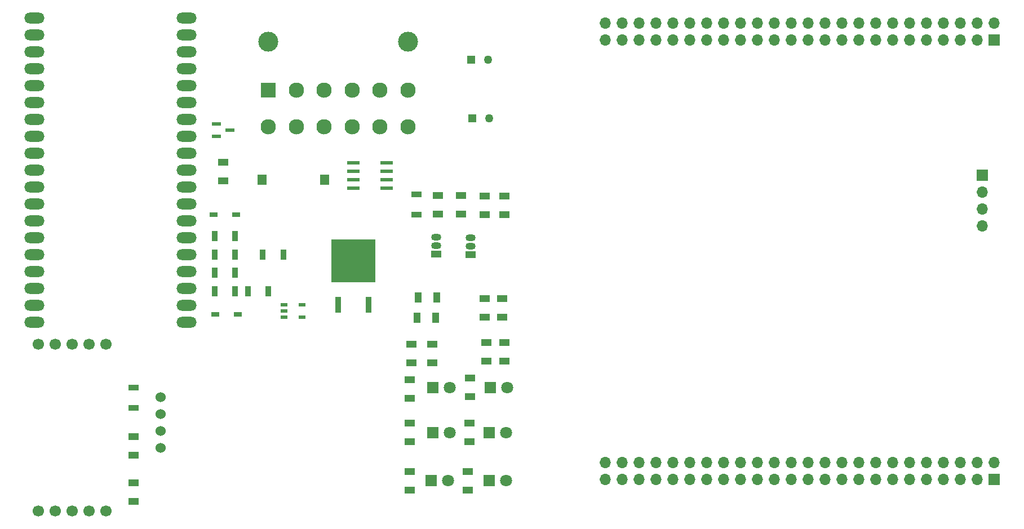
<source format=gbr>
%TF.GenerationSoftware,KiCad,Pcbnew,8.0.0-rc1*%
%TF.CreationDate,2024-05-26T19:18:52+09:00*%
%TF.ProjectId,KDL,4b444c2e-6b69-4636-9164-5f7063625858,rev?*%
%TF.SameCoordinates,PX2a88ac0PY77c8bf0*%
%TF.FileFunction,Soldermask,Top*%
%TF.FilePolarity,Negative*%
%FSLAX46Y46*%
G04 Gerber Fmt 4.6, Leading zero omitted, Abs format (unit mm)*
G04 Created by KiCad (PCBNEW 8.0.0-rc1) date 2024-05-26 19:18:52*
%MOMM*%
%LPD*%
G01*
G04 APERTURE LIST*
%ADD10R,1.600200X1.117600*%
%ADD11R,1.800000X1.800000*%
%ADD12C,1.800000*%
%ADD13R,1.981200X0.558800*%
%ADD14C,1.524000*%
%ADD15O,3.048800X1.626400*%
%ADD16R,1.117600X1.600200*%
%ADD17R,1.600000X0.855600*%
%ADD18C,2.999999*%
%ADD19R,2.300000X2.300000*%
%ADD20C,2.300000*%
%ADD21R,0.855600X1.600000*%
%ADD22R,1.219200X0.762000*%
%ADD23R,1.320800X0.558800*%
%ADD24R,0.977900X0.508000*%
%ADD25R,1.500000X1.050000*%
%ADD26O,1.500000X1.050000*%
%ADD27R,1.270000X1.270000*%
%ADD28C,1.270000*%
%ADD29R,1.450000X1.600000*%
%ADD30O,1.700000X1.700000*%
%ADD31R,1.700000X1.700000*%
%ADD32R,0.939800X2.489200*%
%ADD33R,6.705600X6.527800*%
%ADD34C,1.700000*%
G04 APERTURE END LIST*
D10*
%TO.C,R14*%
X66000000Y24605800D03*
X66000000Y27399800D03*
%TD*%
D11*
%TO.C,D1*%
X74760000Y20809800D03*
D12*
X77300000Y20809800D03*
%TD*%
D13*
%TO.C,U5*%
X59150000Y50812800D03*
X59150000Y52082800D03*
X59150000Y53352800D03*
X59150000Y54622800D03*
X54222400Y54622800D03*
X54222400Y53352800D03*
X54222400Y52082800D03*
X54222400Y50812800D03*
%TD*%
D14*
%TO.C,U1*%
X25196000Y11737600D03*
X25196000Y14277600D03*
X25196000Y16817600D03*
X25196000Y19357600D03*
%TD*%
D10*
%TO.C,R19*%
X34650000Y54747000D03*
X34650000Y51953000D03*
%TD*%
%TO.C,R3*%
X73900000Y31405800D03*
X73900000Y34199800D03*
%TD*%
D15*
%TO.C,U8*%
X29150000Y30652800D03*
X29150000Y33192800D03*
X29150000Y63672800D03*
X6290000Y30652800D03*
X6290000Y45892800D03*
X6290000Y63672800D03*
X6290000Y66212800D03*
X6290000Y61132800D03*
X6290000Y53512800D03*
X6290000Y76372800D03*
X6290000Y73832800D03*
X6290000Y71292800D03*
X29150000Y68752800D03*
X29150000Y71292800D03*
X29150000Y73832800D03*
X29150000Y61132800D03*
X29150000Y66212800D03*
X29150000Y58592800D03*
X6290000Y68752800D03*
X6290000Y58592800D03*
X6290000Y56052800D03*
X6290000Y50972800D03*
X6290000Y48432800D03*
X6290000Y43352800D03*
X6290000Y35732800D03*
X6290000Y33192800D03*
X29150000Y50972800D03*
X29150000Y53512800D03*
X29150000Y56052800D03*
X29150000Y45892800D03*
X29150000Y48432800D03*
X29150000Y40812800D03*
X29150000Y43352800D03*
X29150000Y35732800D03*
X29150000Y38272800D03*
X6290000Y40812800D03*
X6290000Y38272800D03*
X29150000Y76372800D03*
%TD*%
D16*
%TO.C,R13*%
X66547000Y31352800D03*
X63753000Y31352800D03*
%TD*%
D11*
%TO.C,D5*%
X66160000Y20802800D03*
D12*
X68700000Y20802800D03*
%TD*%
D11*
%TO.C,D4*%
X66110000Y14100000D03*
D12*
X68650000Y14100000D03*
%TD*%
D17*
%TO.C,C9*%
X63650000Y49908402D03*
X63650000Y46852800D03*
%TD*%
D10*
%TO.C,R18*%
X73900000Y46852800D03*
X73900000Y49646800D03*
%TD*%
%TO.C,R11*%
X70400000Y49747000D03*
X70400000Y46953000D03*
%TD*%
%TO.C,R15*%
X76900000Y49646800D03*
X76900000Y46852800D03*
%TD*%
D18*
%TO.C,J1*%
X62400000Y72850000D03*
X41400042Y72850000D03*
D19*
X41400042Y65549999D03*
D20*
X45600041Y65549999D03*
X49800040Y65549999D03*
X54000040Y65549999D03*
X58200039Y65549999D03*
X62400038Y65549999D03*
X41400042Y60050000D03*
X45600041Y60050000D03*
X49800040Y60050000D03*
X54000040Y60050000D03*
X58200039Y60050000D03*
X62400038Y60050000D03*
%TD*%
D10*
%TO.C,R6*%
X62650000Y8247000D03*
X62650000Y5453000D03*
%TD*%
D21*
%TO.C,C4*%
X33372199Y38100000D03*
X36427801Y38100000D03*
%TD*%
D11*
%TO.C,D3*%
X74610000Y14100000D03*
D12*
X77150000Y14100000D03*
%TD*%
D22*
%TO.C,U3*%
X33223600Y46850000D03*
X36576400Y46850000D03*
%TD*%
D23*
%TO.C,CR1*%
X33650000Y60502802D03*
X33650000Y58602800D03*
X35682000Y59552801D03*
%TD*%
D10*
%TO.C,R9*%
X62688000Y21982800D03*
X62688000Y19188800D03*
%TD*%
D24*
%TO.C,U7*%
X43784750Y33300001D03*
X43784750Y32350000D03*
X43784750Y31399999D03*
X46515250Y31399999D03*
X46515250Y33300001D03*
%TD*%
D17*
%TO.C,C10*%
X21150000Y17797198D03*
X21150000Y20852800D03*
%TD*%
D10*
%TO.C,R5*%
X71699000Y22286800D03*
X71699000Y19492800D03*
%TD*%
D16*
%TO.C,R17*%
X66694000Y34352800D03*
X63900000Y34352800D03*
%TD*%
D10*
%TO.C,R16*%
X62900000Y27399800D03*
X62900000Y24605800D03*
%TD*%
%TO.C,R7*%
X71650000Y15497000D03*
X71650000Y12703000D03*
%TD*%
%TO.C,R20*%
X21150000Y10705800D03*
X21150000Y13499800D03*
%TD*%
%TO.C,R1*%
X74200000Y27599800D03*
X74200000Y24805800D03*
%TD*%
%TO.C,R21*%
X21150000Y6499800D03*
X21150000Y3705800D03*
%TD*%
D11*
%TO.C,D6*%
X74610000Y6850000D03*
D12*
X77150000Y6850000D03*
%TD*%
D25*
%TO.C,Q1*%
X71760000Y40832800D03*
D26*
X71760000Y42102800D03*
X71760000Y43372800D03*
%TD*%
D21*
%TO.C,C5*%
X33372199Y35350000D03*
X36427801Y35350000D03*
%TD*%
D22*
%TO.C,U6*%
X33473600Y31850000D03*
X36826400Y31850000D03*
%TD*%
D27*
%TO.C,C3*%
X71860000Y70100000D03*
D28*
X74400000Y70100000D03*
%TD*%
D21*
%TO.C,C1*%
X36427801Y43600000D03*
X33372199Y43600000D03*
%TD*%
D10*
%TO.C,R12*%
X76500000Y34199800D03*
X76500000Y31405800D03*
%TD*%
D29*
%TO.C,S1*%
X49900000Y52102800D03*
X40500000Y52102800D03*
%TD*%
D30*
%TO.C,U9*%
X142839000Y73082800D03*
X130139000Y7040600D03*
X130139000Y9580600D03*
X127599000Y7040600D03*
X127599000Y9580600D03*
X122519000Y7040600D03*
X122519000Y9580600D03*
X119979000Y7040600D03*
X119979000Y9580600D03*
X112359000Y9580600D03*
X104739000Y9580600D03*
X102199000Y7040600D03*
X102199000Y9580600D03*
X99659000Y7040600D03*
X99659000Y9580600D03*
X97119000Y7040600D03*
X97119000Y9580600D03*
X94579000Y7040600D03*
X92039000Y73082800D03*
X94579000Y75622800D03*
X94579000Y73082800D03*
X97119000Y75622800D03*
X97119000Y73082800D03*
X99659000Y75622800D03*
X99659000Y73082800D03*
X102199000Y75622800D03*
X102199000Y73082800D03*
X104739000Y75622800D03*
X107279000Y75622800D03*
X107279000Y73082800D03*
X109819000Y75622800D03*
X109819000Y73082800D03*
X114899000Y73082800D03*
X117439000Y75622800D03*
X119979000Y75622800D03*
X119979000Y73082800D03*
X122519000Y75622800D03*
X122519000Y73082800D03*
X125059000Y75622800D03*
X125059000Y73082800D03*
X127599000Y75622800D03*
X132679000Y75622800D03*
X132679000Y73082800D03*
X145379000Y73082800D03*
X135219000Y75622800D03*
X145379000Y7040600D03*
D31*
X148686500Y52762800D03*
D30*
X148686500Y50222800D03*
X148686500Y47682800D03*
X148686500Y45142800D03*
X147919000Y75622800D03*
X145379000Y75622800D03*
X142839000Y75622800D03*
X140299000Y75622800D03*
X137759000Y75622800D03*
X130139000Y75622800D03*
X114899000Y75622800D03*
X112359000Y75622800D03*
X92039000Y75622800D03*
D31*
X150459000Y73082800D03*
D30*
X147919000Y73082800D03*
X140299000Y73082800D03*
X137759000Y73082800D03*
X135219000Y73082800D03*
X130139000Y73082800D03*
X127599000Y73082800D03*
X117439000Y73082800D03*
X112359000Y73082800D03*
X104739000Y73082800D03*
X150459000Y9580600D03*
X147919000Y9580600D03*
X145379000Y9580600D03*
X142839000Y9580600D03*
X140299000Y9580600D03*
X137759000Y9580600D03*
X135219000Y9580600D03*
X132679000Y9580600D03*
X125059000Y9580600D03*
X117439000Y9580600D03*
X114899000Y9580600D03*
X109819000Y9580600D03*
X107279000Y9580600D03*
X94579000Y9580600D03*
X92039000Y9580600D03*
X147919000Y7040600D03*
X142839000Y7040600D03*
X140299000Y7040600D03*
X137759000Y7040600D03*
X135219000Y7040600D03*
X132679000Y7040600D03*
X125059000Y7040600D03*
X117439000Y7040600D03*
X114899000Y7040600D03*
X112359000Y7040600D03*
X109819000Y7040600D03*
X107279000Y7040600D03*
X104739000Y7040600D03*
X92039000Y7040600D03*
X150459000Y75622800D03*
D31*
X150459000Y7040600D03*
%TD*%
D21*
%TO.C,C2*%
X36427801Y40850000D03*
X33372199Y40850000D03*
%TD*%
D27*
%TO.C,C8*%
X72015000Y61350000D03*
D28*
X74555000Y61350000D03*
%TD*%
D21*
%TO.C,C7*%
X38372199Y35350000D03*
X41427801Y35350000D03*
%TD*%
D10*
%TO.C,R2*%
X66900000Y46953000D03*
X66900000Y49747000D03*
%TD*%
%TO.C,R8*%
X62650000Y15497000D03*
X62650000Y12703000D03*
%TD*%
%TO.C,R10*%
X71400000Y8247000D03*
X71400000Y5453000D03*
%TD*%
D11*
%TO.C,D2*%
X65860000Y6850000D03*
D12*
X68400000Y6850000D03*
%TD*%
D10*
%TO.C,R4*%
X76900000Y27599800D03*
X76900000Y24805800D03*
%TD*%
D25*
%TO.C,Q2*%
X66660000Y40862800D03*
D26*
X66660000Y42132800D03*
X66660000Y43402800D03*
%TD*%
D32*
%TO.C,U4*%
X51864000Y33284100D03*
D33*
X54150000Y39850000D03*
D32*
X56436000Y33284100D03*
%TD*%
D34*
%TO.C,U2*%
X14463000Y2330800D03*
X11923000Y2330800D03*
X9383000Y2330800D03*
X6843000Y2330800D03*
X6843000Y27330800D03*
X9383000Y27330800D03*
X11923000Y27330800D03*
X14463000Y27330800D03*
X17003000Y27330800D03*
X17003000Y2330800D03*
%TD*%
D21*
%TO.C,C6*%
X40594398Y40850000D03*
X43650000Y40850000D03*
%TD*%
M02*

</source>
